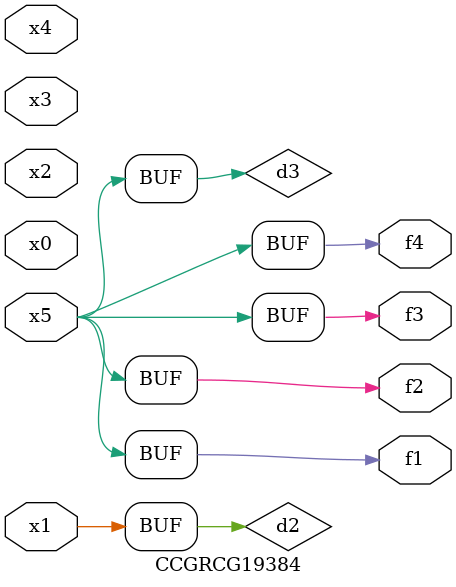
<source format=v>
module CCGRCG19384(
	input x0, x1, x2, x3, x4, x5,
	output f1, f2, f3, f4
);

	wire d1, d2, d3;

	not (d1, x5);
	or (d2, x1);
	xnor (d3, d1);
	assign f1 = d3;
	assign f2 = d3;
	assign f3 = d3;
	assign f4 = d3;
endmodule

</source>
